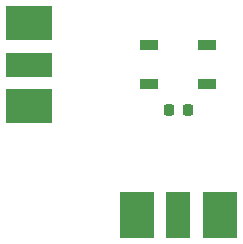
<source format=gtp>
%TF.GenerationSoftware,KiCad,Pcbnew,8.0.4*%
%TF.CreationDate,2024-08-03T19:12:24-04:00*%
%TF.ProjectId,ws2812b-corner-left,77733238-3132-4622-9d63-6f726e65722d,rev?*%
%TF.SameCoordinates,Original*%
%TF.FileFunction,Paste,Top*%
%TF.FilePolarity,Positive*%
%FSLAX46Y46*%
G04 Gerber Fmt 4.6, Leading zero omitted, Abs format (unit mm)*
G04 Created by KiCad (PCBNEW 8.0.4) date 2024-08-03 19:12:24*
%MOMM*%
%LPD*%
G01*
G04 APERTURE LIST*
G04 Aperture macros list*
%AMRoundRect*
0 Rectangle with rounded corners*
0 $1 Rounding radius*
0 $2 $3 $4 $5 $6 $7 $8 $9 X,Y pos of 4 corners*
0 Add a 4 corners polygon primitive as box body*
4,1,4,$2,$3,$4,$5,$6,$7,$8,$9,$2,$3,0*
0 Add four circle primitives for the rounded corners*
1,1,$1+$1,$2,$3*
1,1,$1+$1,$4,$5*
1,1,$1+$1,$6,$7*
1,1,$1+$1,$8,$9*
0 Add four rect primitives between the rounded corners*
20,1,$1+$1,$2,$3,$4,$5,0*
20,1,$1+$1,$4,$5,$6,$7,0*
20,1,$1+$1,$6,$7,$8,$9,0*
20,1,$1+$1,$8,$9,$2,$3,0*%
G04 Aperture macros list end*
%ADD10R,4.000000X3.000000*%
%ADD11R,4.000000X2.000000*%
%ADD12RoundRect,0.225000X0.225000X0.250000X-0.225000X0.250000X-0.225000X-0.250000X0.225000X-0.250000X0*%
%ADD13R,3.000000X4.000000*%
%ADD14R,2.000000X4.000000*%
%ADD15R,1.500000X0.900000*%
G04 APERTURE END LIST*
D10*
%TO.C,J2*%
X139786000Y-79700000D03*
D11*
X139786000Y-76200000D03*
D10*
X139786000Y-72700000D03*
%TD*%
D12*
%TO.C,C1*%
X153175000Y-80010000D03*
X151625000Y-80010000D03*
%TD*%
D13*
%TO.C,J1*%
X148900000Y-88900000D03*
D14*
X152400000Y-88900000D03*
D13*
X155900000Y-88900000D03*
%TD*%
D15*
%TO.C,D1*%
X154850000Y-77850000D03*
X154850000Y-74550000D03*
X149950000Y-74550000D03*
X149950000Y-77850000D03*
%TD*%
M02*

</source>
